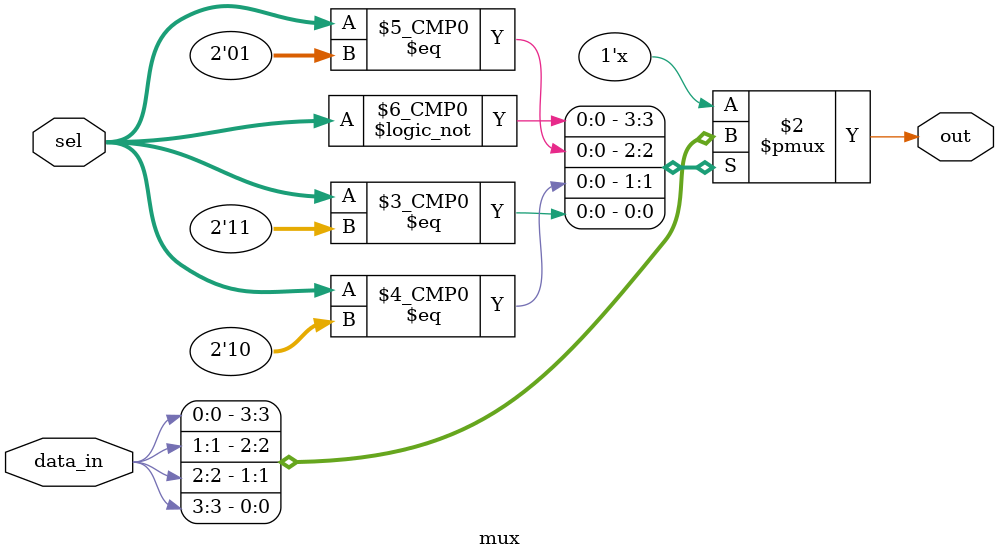
<source format=v>
module mux (
    input  [3:0] data_in,
    input  [1:0] sel,
    output reg out
);

always @(*) begin
    case (sel)
        2'b00: out = data_in[0];
        2'b01: out = data_in[1];
        2'b10: out = data_in[2];
        2'b11: out = data_in[3];
        default: out = 1'b0; // Optional, for safety
    endcase
end

endmodule

</source>
